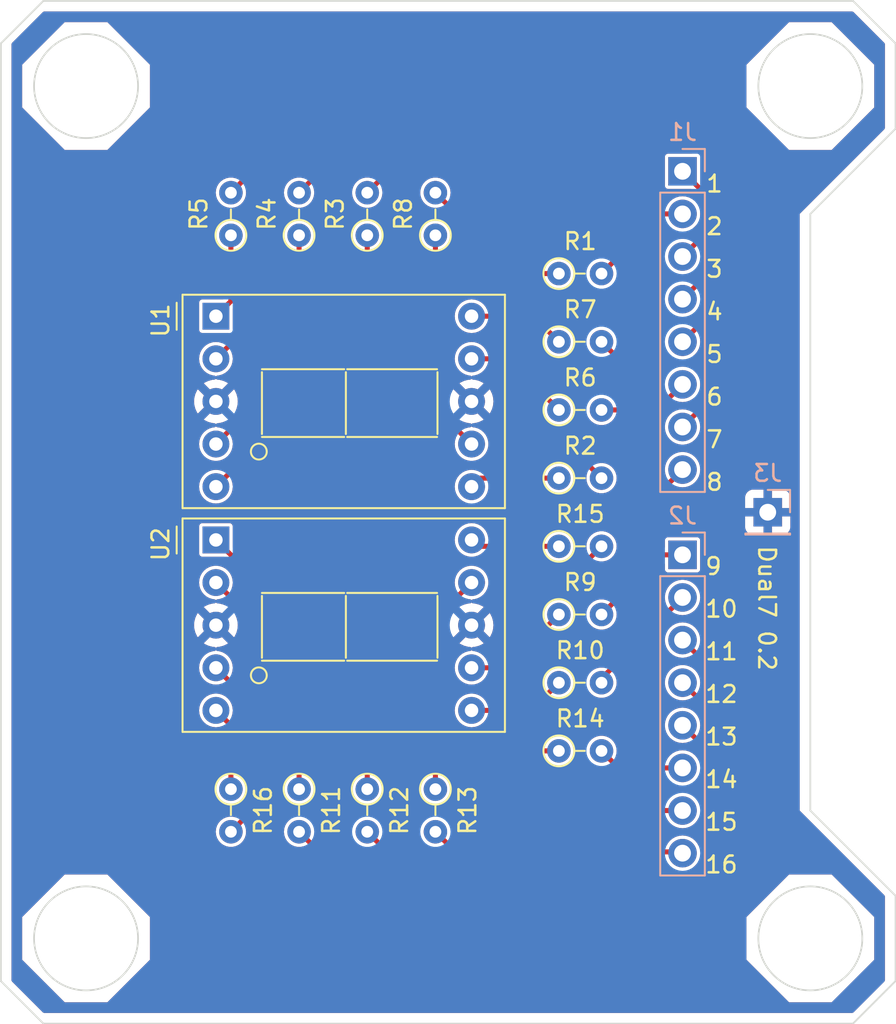
<source format=kicad_pcb>
(kicad_pcb (version 20221018) (generator pcbnew)
  (layers (0 "F.Cu" signal) (31 "B.Cu" signal) (34 "B.Paste" user) (35 "F.Paste" user) (36 "B.SilkS" user "B.Silkscreen") (37 "F.SilkS" user "F.Silkscreen") (38 "B.Mask" user) (39 "F.Mask" user) (44 "Edge.Cuts" user))
  (net 0 "")
  (net 1 "Net-(J1-Pin_5)")
  (net 2 "Net-(J1-Pin_4)")
  (net 3 "GND")
  (net 4 "Net-(J1-Pin_3)")
  (net 5 "Net-(J1-Pin_8)")
  (net 6 "Net-(J1-Pin_2)")
  (net 7 "Net-(J1-Pin_1)")
  (net 8 "Net-(J1-Pin_6)")
  (net 9 "Net-(J1-Pin_7)")
  (net 10 "Net-(U1-E)")
  (net 11 "Net-(U1-D)")
  (net 12 "Net-(U1-C)")
  (net 13 "Net-(U1-DP)")
  (net 14 "Net-(U1-B)")
  (net 15 "Net-(U1-A)")
  (net 16 "Net-(U1-F)")
  (net 17 "Net-(U1-G)")
  (net 18 "Net-(U2-E)")
  (net 19 "Net-(U2-D)")
  (net 20 "Net-(U2-C)")
  (net 21 "Net-(U2-DP)")
  (net 22 "Net-(U2-B)")
  (net 23 "Net-(U2-A)")
  (net 24 "Net-(U2-F)")
  (net 25 "Net-(U2-G)")
  (net 26 "Net-(J2-Pin_1)")
  (net 27 "Net-(J2-Pin_2)")
  (net 28 "Net-(J2-Pin_3)")
  (net 29 "Net-(J2-Pin_4)")
  (net 30 "Net-(J2-Pin_5)")
  (net 31 "Net-(J2-Pin_6)")
  (net 32 "Net-(J2-Pin_7)")
  (net 33 "Net-(J2-Pin_8)")
  (footprint "Resistor_THT:R_Axial_DIN0204_L3.6mm_D1.6mm_P2.54mm_Vertical" (layer "F.Cu") (at 134.62 107.945 -90)
    (fp_text reference "R11" (at 1.27 -1.92 90) (layer "F.SilkS"))
    (fp_text value "1k")
    (fp_line (start 0.92 0) (end 1.54 0) (stroke (width 0.12)) (layer "F.SilkS"))
    (fp_circle (center 0 0) (end 0.92 0) (stroke (width 0.12)) (fill none) (layer "F.SilkS"))
    (pad "1" thru_hole circle (at 0 0 270) (size 1.4 1.4) (drill 0.7) (layers "*.Cu" "*.Mask") (net 20 "Net-(U2-C)"))
    (pad "2" thru_hole oval (at 2.54 0 270) (size 1.4 1.4) (drill 0.7) (layers "*.Cu" "*.Mask") (net 28 "Net-(J2-Pin_3)"))
  )
  (footprint "Resistor_THT:R_Axial_DIN0204_L3.6mm_D1.6mm_P2.54mm_Vertical" (layer "F.Cu") (at 150.109 81.28)
    (fp_text reference "R7" (at 1.27 -1.92) (layer "F.SilkS"))
    (fp_text value "1k")
    (fp_line (start 0.92 0) (end 1.54 0) (stroke (width 0.12)) (layer "F.SilkS"))
    (fp_circle (center 0 0) (end 0.92 0) (stroke (width 0.12)) (fill none) (layer "F.SilkS"))
    (pad "1" thru_hole circle (at 0 0) (size 1.4 1.4) (drill 0.7) (layers "*.Cu" "*.Mask") (net 17 "Net-(U1-G)"))
    (pad "2" thru_hole oval (at 2.54 0) (size 1.4 1.4) (drill 0.7) (layers "*.Cu" "*.Mask") (net 9 "Net-(J1-Pin_7)"))
  )
  (footprint "Resistor_THT:R_Axial_DIN0204_L3.6mm_D1.6mm_P2.54mm_Vertical" (layer "F.Cu") (at 150.109 97.536)
    (fp_text reference "R9" (at 1.27 -1.92) (layer "F.SilkS"))
    (fp_text value "1k")
    (fp_line (start 0.92 0) (end 1.54 0) (stroke (width 0.12)) (layer "F.SilkS"))
    (fp_circle (center 0 0) (end 0.92 0) (stroke (width 0.12)) (fill none) (layer "F.SilkS"))
    (pad "1" thru_hole circle (at 0 0) (size 1.4 1.4) (drill 0.7) (layers "*.Cu" "*.Mask") (net 23 "Net-(U2-A)"))
    (pad "2" thru_hole oval (at 2.54 0) (size 1.4 1.4) (drill 0.7) (layers "*.Cu" "*.Mask") (net 26 "Net-(J2-Pin_1)"))
  )
  (footprint "Resistor_THT:R_Axial_DIN0204_L3.6mm_D1.6mm_P2.54mm_Vertical" (layer "F.Cu") (at 142.748 74.935 90)
    (fp_text reference "R8" (at 1.27 -1.92 90) (layer "F.SilkS"))
    (fp_text value "1k")
    (fp_line (start 0.92 0) (end 1.54 0) (stroke (width 0.12)) (layer "F.SilkS"))
    (fp_circle (center 0 0) (end 0.92 0) (stroke (width 0.12)) (fill none) (layer "F.SilkS"))
    (pad "1" thru_hole circle (at 0 0 90) (size 1.4 1.4) (drill 0.7) (layers "*.Cu" "*.Mask") (net 13 "Net-(U1-DP)"))
    (pad "2" thru_hole oval (at 2.54 0 90) (size 1.4 1.4) (drill 0.7) (layers "*.Cu" "*.Mask") (net 5 "Net-(J1-Pin_8)"))
  )
  (footprint "Resistor_THT:R_Axial_DIN0204_L3.6mm_D1.6mm_P2.54mm_Vertical" (layer "F.Cu") (at 142.748 107.945 -90)
    (fp_text reference "R13" (at 1.27 -1.92 90) (layer "F.SilkS"))
    (fp_text value "1k")
    (fp_line (start 0.92 0) (end 1.54 0) (stroke (width 0.12)) (layer "F.SilkS"))
    (fp_circle (center 0 0) (end 0.92 0) (stroke (width 0.12)) (fill none) (layer "F.SilkS"))
    (pad "1" thru_hole circle (at 0 0 270) (size 1.4 1.4) (drill 0.7) (layers "*.Cu" "*.Mask") (net 18 "Net-(U2-E)"))
    (pad "2" thru_hole oval (at 2.54 0 270) (size 1.4 1.4) (drill 0.7) (layers "*.Cu" "*.Mask") (net 30 "Net-(J2-Pin_5)"))
  )
  (footprint "Resistor_THT:R_Axial_DIN0204_L3.6mm_D1.6mm_P2.54mm_Vertical" (layer "F.Cu") (at 150.109 77.216)
    (fp_text reference "R1" (at 1.27 -1.92) (layer "F.SilkS"))
    (fp_text value "1k")
    (fp_line (start 0.92 0) (end 1.54 0) (stroke (width 0.12)) (layer "F.SilkS"))
    (fp_circle (center 0 0) (end 0.92 0) (stroke (width 0.12)) (fill none) (layer "F.SilkS"))
    (pad "1" thru_hole circle (at 0 0) (size 1.4 1.4) (drill 0.7) (layers "*.Cu" "*.Mask") (net 15 "Net-(U1-A)"))
    (pad "2" thru_hole oval (at 2.54 0) (size 1.4 1.4) (drill 0.7) (layers "*.Cu" "*.Mask") (net 7 "Net-(J1-Pin_1)"))
  )
  (footprint "Display_7Segment:D1X8K" (layer "F.Cu") (at 129.6625 93.091)
    (fp_text reference "U2" (at -3.2975 0.254 90) (layer "F.SilkS"))
    (fp_text value "D168K")
    (fp_line (start -2.34 -0.8) (end -2.34 0.81) (stroke (width 0.12)) (layer "F.SilkS"))
    (fp_line (start -1.99 -1.28) (end -1.99 11.44) (stroke (width 0.12)) (layer "F.SilkS"))
    (fp_line (start 2.7438 3.3372) (end 2.7438 7.0202) (stroke (width 0.12)) (layer "F.SilkS"))
    (fp_line (start 7.646 3.1594) (end 2.7438 3.1594) (stroke (width 0.12)) (layer "F.SilkS"))
    (fp_line (start 7.646 7.198) (end 2.7438 7.198) (stroke (width 0.12)) (layer "F.SilkS"))
    (fp_line (start 7.7476 3.3372) (end 7.7476 7.0202) (stroke (width 0.12)) (layer "F.SilkS"))
    (fp_line (start 13.1832 3.1594) (end 7.8238 3.1594) (stroke (width 0.12)) (layer "F.SilkS"))
    (fp_line (start 13.1832 7.198) (end 7.8238 7.198) (stroke (width 0.12)) (layer "F.SilkS"))
    (fp_line (start 13.2086 3.3372) (end 13.2086 7.0202) (stroke (width 0.12)) (layer "F.SilkS"))
    (fp_line (start 17.23 -1.28) (end -1.99 -1.28) (stroke (width 0.12)) (layer "F.SilkS"))
    (fp_line (start 17.23 -1.28) (end 17.23 11.44) (stroke (width 0.12)) (layer "F.SilkS"))
    (fp_line (start 17.23 11.44) (end -1.99 11.44) (stroke (width 0.12)) (layer "F.SilkS"))
    (fp_circle (center 2.557533 8.07) (end 2.836933 7.689) (stroke (width 0.12)) (fill none) (layer "F.SilkS"))
    (pad "1" thru_hole rect (at 0 0 270) (size 1.6 1.6) (drill 0.8) (layers "*.Cu" "*.Mask") (net 18 "Net-(U2-E)"))
    (pad "2" thru_hole circle (at 0 2.54 270) (size 1.6 1.6) (drill 0.8) (layers "*.Cu" "*.Mask") (net 19 "Net-(U2-D)"))
    (pad "3" thru_hole circle (at 0 5.08 270) (size 1.6 1.6) (drill 0.8) (layers "*.Cu" "*.Mask") (net 3 "GND"))
    (pad "4" thru_hole circle (at 0 7.62 270) (size 1.6 1.6) (drill 0.8) (layers "*.Cu" "*.Mask") (net 20 "Net-(U2-C)"))
    (pad "5" thru_hole circle (at 0 10.16 270) (size 1.6 1.6) (drill 0.8) (layers "*.Cu" "*.Mask") (net 21 "Net-(U2-DP)"))
    (pad "6" thru_hole circle (at 15.24 10.16 270) (size 1.6 1.6) (drill 0.8) (layers "*.Cu" "*.Mask") (net 22 "Net-(U2-B)"))
    (pad "7" thru_hole circle (at 15.24 7.62 270) (size 1.6 1.6) (drill 0.8) (layers "*.Cu" "*.Mask") (net 23 "Net-(U2-A)"))
    (pad "8" thru_hole circle (at 15.24 5.08 270) (size 1.6 1.6) (drill 0.8) (layers "*.Cu" "*.Mask") (net 3 "GND"))
    (pad "9" thru_hole circle (at 15.24 2.54 270) (size 1.6 1.6) (drill 0.8) (layers "*.Cu" "*.Mask") (net 24 "Net-(U2-F)"))
    (pad "10" thru_hole circle (at 15.24 0 270) (size 1.6 1.6) (drill 0.8) (layers "*.Cu" "*.Mask") (net 25 "Net-(U2-G)"))
  )
  (footprint "Resistor_THT:R_Axial_DIN0204_L3.6mm_D1.6mm_P2.54mm_Vertical" (layer "F.Cu") (at 150.109 93.472)
    (fp_text reference "R15" (at 1.27 -1.92) (layer "F.SilkS"))
    (fp_text value "1k")
    (fp_line (start 0.92 0) (end 1.54 0) (stroke (width 0.12)) (layer "F.SilkS"))
    (fp_circle (center 0 0) (end 0.92 0) (stroke (width 0.12)) (fill none) (layer "F.SilkS"))
    (pad "1" thru_hole circle (at 0 0) (size 1.4 1.4) (drill 0.7) (layers "*.Cu" "*.Mask") (net 25 "Net-(U2-G)"))
    (pad "2" thru_hole oval (at 2.54 0) (size 1.4 1.4) (drill 0.7) (layers "*.Cu" "*.Mask") (net 32 "Net-(J2-Pin_7)"))
  )
  (footprint "Resistor_THT:R_Axial_DIN0204_L3.6mm_D1.6mm_P2.54mm_Vertical" (layer "F.Cu") (at 150.109 89.408)
    (fp_text reference "R2" (at 1.27 -1.92) (layer "F.SilkS"))
    (fp_text value "1k")
    (fp_line (start 0.92 0) (end 1.54 0) (stroke (width 0.12)) (layer "F.SilkS"))
    (fp_circle (center 0 0) (end 0.92 0) (stroke (width 0.12)) (fill none) (layer "F.SilkS"))
    (pad "1" thru_hole circle (at 0 0) (size 1.4 1.4) (drill 0.7) (layers "*.Cu" "*.Mask") (net 14 "Net-(U1-B)"))
    (pad "2" thru_hole oval (at 2.54 0) (size 1.4 1.4) (drill 0.7) (layers "*.Cu" "*.Mask") (net 6 "Net-(J1-Pin_2)"))
  )
  (footprint "Resistor_THT:R_Axial_DIN0204_L3.6mm_D1.6mm_P2.54mm_Vertical" (layer "F.Cu") (at 130.556 107.945 -90)
    (fp_text reference "R16" (at 1.27 -1.92 90) (layer "F.SilkS"))
    (fp_text value "1k")
    (fp_line (start 0.92 0) (end 1.54 0) (stroke (width 0.12)) (layer "F.SilkS"))
    (fp_circle (center 0 0) (end 0.92 0) (stroke (width 0.12)) (fill none) (layer "F.SilkS"))
    (pad "1" thru_hole circle (at 0 0 270) (size 1.4 1.4) (drill 0.7) (layers "*.Cu" "*.Mask") (net 21 "Net-(U2-DP)"))
    (pad "2" thru_hole oval (at 2.54 0 270) (size 1.4 1.4) (drill 0.7) (layers "*.Cu" "*.Mask") (net 33 "Net-(J2-Pin_8)"))
  )
  (footprint "Resistor_THT:R_Axial_DIN0204_L3.6mm_D1.6mm_P2.54mm_Vertical" (layer "F.Cu") (at 130.556 74.935 90)
    (fp_text reference "R5" (at 1.27 -1.92 90) (layer "F.SilkS"))
    (fp_text value "1k")
    (fp_line (start 0.92 0) (end 1.54 0) (stroke (width 0.12)) (layer "F.SilkS"))
    (fp_circle (center 0 0) (end 0.92 0) (stroke (width 0.12)) (fill none) (layer "F.SilkS"))
    (pad "1" thru_hole circle (at 0 0 90) (size 1.4 1.4) (drill 0.7) (layers "*.Cu" "*.Mask") (net 10 "Net-(U1-E)"))
    (pad "2" thru_hole oval (at 2.54 0 90) (size 1.4 1.4) (drill 0.7) (layers "*.Cu" "*.Mask") (net 1 "Net-(J1-Pin_5)"))
  )
  (footprint "Display_7Segment:D1X8K" (layer "F.Cu") (at 129.6625 79.756)
    (fp_text reference "U1" (at -3.2975 0.254 90) (layer "F.SilkS"))
    (fp_text value "D168K")
    (fp_line (start -2.34 -0.8) (end -2.34 0.81) (stroke (width 0.12)) (layer "F.SilkS"))
    (fp_line (start -1.99 -1.28) (end -1.99 11.44) (stroke (width 0.12)) (layer "F.SilkS"))
    (fp_line (start 2.7438 3.3372) (end 2.7438 7.0202) (stroke (width 0.12)) (layer "F.SilkS"))
    (fp_line (start 7.646 3.1594) (end 2.7438 3.1594) (stroke (width 0.12)) (layer "F.SilkS"))
    (fp_line (start 7.646 7.198) (end 2.7438 7.198) (stroke (width 0.12)) (layer "F.SilkS"))
    (fp_line (start 7.7476 3.3372) (end 7.7476 7.0202) (stroke (width 0.12)) (layer "F.SilkS"))
    (fp_line (start 13.1832 3.1594) (end 7.8238 3.1594) (stroke (width 0.12)) (layer "F.SilkS"))
    (fp_line (start 13.1832 7.198) (end 7.8238 7.198) (stroke (width 0.12)) (layer "F.SilkS"))
    (fp_line (start 13.2086 3.3372) (end 13.2086 7.0202) (stroke (width 0.12)) (layer "F.SilkS"))
    (fp_line (start 17.23 -1.28) (end -1.99 -1.28) (stroke (width 0.12)) (layer "F.SilkS"))
    (fp_line (start 17.23 -1.28) (end 17.23 11.44) (stroke (width 0.12)) (layer "F.SilkS"))
    (fp_line (start 17.23 11.44) (end -1.99 11.44) (stroke (width 0.12)) (layer "F.SilkS"))
    (fp_circle (center 2.557533 8.07) (end 2.836933 7.689) (stroke (width 0.12)) (fill none) (layer "F.SilkS"))
    (pad "1" thru_hole rect (at 0 0 270) (size 1.6 1.6) (drill 0.8) (layers "*.Cu" "*.Mask") (net 10 "Net-(U1-E)"))
    (pad "2" thru_hole circle (at 0 2.54 270) (size 1.6 1.6) (drill 0.8) (layers "*.Cu" "*.Mask") (net 11 "Net-(U1-D)"))
    (pad "3" thru_hole circle (at 0 5.08 270) (size 1.6 1.6) (drill 0.8) (layers "*.Cu" "*.Mask") (net 3 "GND"))
    (pad "4" thru_hole circle (at 0 7.62 270) (size 1.6 1.6) (drill 0.8) (layers "*.Cu" "*.Mask") (net 12 "Net-(U1-C)"))
    (pad "5" thru_hole circle (at 0 10.16 270) (size 1.6 1.6) (drill 0.8) (layers "*.Cu" "*.Mask") (net 13 "Net-(U1-DP)"))
    (pad "6" thru_hole circle (at 15.24 10.16 270) (size 1.6 1.6) (drill 0.8) (layers "*.Cu" "*.Mask") (net 14 "Net-(U1-B)"))
    (pad "7" thru_hole circle (at 15.24 7.62 270) (size 1.6 1.6) (drill 0.8) (layers "*.Cu" "*.Mask") (net 15 "Net-(U1-A)"))
    (pad "8" thru_hole circle (at 15.24 5.08 270) (size 1.6 1.6) (drill 0.8) (layers "*.Cu" "*.Mask") (net 3 "GND"))
    (pad "9" thru_hole circle (at 15.24 2.54 270) (size 1.6 1.6) (drill 0.8) (layers "*.Cu" "*.Mask") (net 16 "Net-(U1-F)"))
    (pad "10" thru_hole circle (at 15.24 0 270) (size 1.6 1.6) (drill 0.8) (layers "*.Cu" "*.Mask") (net 17 "Net-(U1-G)"))
  )
  (footprint "Resistor_THT:R_Axial_DIN0204_L3.6mm_D1.6mm_P2.54mm_Vertical" (layer "F.Cu") (at 134.62 74.935 90)
    (fp_text reference "R4" (at 1.27 -1.92 90) (layer "F.SilkS"))
    (fp_text value "1k")
    (fp_line (start 0.92 0) (end 1.54 0) (stroke (width 0.12)) (layer "F.SilkS"))
    (fp_circle (center 0 0) (end 0.92 0) (stroke (width 0.12)) (fill none) (layer "F.SilkS"))
    (pad "1" thru_hole circle (at 0 0 90) (size 1.4 1.4) (drill 0.7) (layers "*.Cu" "*.Mask") (net 11 "Net-(U1-D)"))
    (pad "2" thru_hole oval (at 2.54 0 90) (size 1.4 1.4) (drill 0.7) (layers "*.Cu" "*.Mask") (net 2 "Net-(J1-Pin_4)"))
  )
  (footprint "Resistor_THT:R_Axial_DIN0204_L3.6mm_D1.6mm_P2.54mm_Vertical" (layer "F.Cu") (at 150.109 85.344)
    (fp_text reference "R6" (at 1.27 -1.92) (layer "F.SilkS"))
    (fp_text value "1k")
    (fp_line (start 0.92 0) (end 1.54 0) (stroke (width 0.12)) (layer "F.SilkS"))
    (fp_circle (center 0 0) (end 0.92 0) (stroke (width 0.12)) (fill none) (layer "F.SilkS"))
    (pad "1" thru_hole circle (at 0 0) (size 1.4 1.4) (drill 0.7) (layers "*.Cu" "*.Mask") (net 16 "Net-(U1-F)"))
    (pad "2" thru_hole oval (at 2.54 0) (size 1.4 1.4) (drill 0.7) (layers "*.Cu" "*.Mask") (net 8 "Net-(J1-Pin_6)"))
  )
  (footprint "Resistor_THT:R_Axial_DIN0204_L3.6mm_D1.6mm_P2.54mm_Vertical" (layer "F.Cu") (at 150.109 105.664)
    (fp_text reference "R14" (at 1.27 -1.92) (layer "F.SilkS"))
    (fp_text value "1k")
    (fp_line (start 0.92 0) (end 1.54 0) (stroke (width 0.12)) (layer "F.SilkS"))
    (fp_circle (center 0 0) (end 0.92 0) (stroke (width 0.12)) (fill none) (layer "F.SilkS"))
    (pad "1" thru_hole circle (at 0 0) (size 1.4 1.4) (drill 0.7) (layers "*.Cu" "*.Mask") (net 24 "Net-(U2-F)"))
    (pad "2" thru_hole oval (at 2.54 0) (size 1.4 1.4) (drill 0.7) (layers "*.Cu" "*.Mask") (net 31 "Net-(J2-Pin_6)"))
  )
  (footprint "Resistor_THT:R_Axial_DIN0204_L3.6mm_D1.6mm_P2.54mm_Vertical" (layer "F.Cu") (at 150.109 101.6)
    (fp_text reference "R10" (at 1.27 -1.92) (layer "F.SilkS"))
    (fp_text value "1k")
    (fp_line (start 0.92 0) (end 1.54 0) (stroke (width 0.12)) (layer "F.SilkS"))
    (fp_circle (center 0 0) (end 0.92 0) (stroke (width 0.12)) (fill none) (layer "F.SilkS"))
    (pad "1" thru_hole circle (at 0 0) (size 1.4 1.4) (drill 0.7) (layers "*.Cu" "*.Mask") (net 22 "Net-(U2-B)"))
    (pad "2" thru_hole oval (at 2.54 0) (size 1.4 1.4) (drill 0.7) (layers "*.Cu" "*.Mask") (net 27 "Net-(J2-Pin_2)"))
  )
  (footprint "Resistor_THT:R_Axial_DIN0204_L3.6mm_D1.6mm_P2.54mm_Vertical" (layer "F.Cu") (at 138.684 74.935 90)
    (fp_text reference "R3" (at 1.27 -1.92 90) (layer "F.SilkS"))
    (fp_text value "1k")
    (fp_line (start 0.92 0) (end 1.54 0) (stroke (width 0.12)) (layer "F.SilkS"))
    (fp_circle (center 0 0) (end 0.92 0) (stroke (width 0.12)) (fill none) (layer "F.SilkS"))
    (pad "1" thru_hole circle (at 0 0 90) (size 1.4 1.4) (drill 0.7) (layers "*.Cu" "*.Mask") (net 12 "Net-(U1-C)"))
    (pad "2" thru_hole oval (at 2.54 0 90) (size 1.4 1.4) (drill 0.7) (layers "*.Cu" "*.Mask") (net 4 "Net-(J1-Pin_3)"))
  )
  (footprint "Resistor_THT:R_Axial_DIN0204_L3.6mm_D1.6mm_P2.54mm_Vertical" (layer "F.Cu") (at 138.684 107.945 -90)
    (fp_text reference "R12" (at 1.27 -1.92 90) (layer "F.SilkS"))
    (fp_text value "1k")
    (fp_line (start 0.92 0) (end 1.54 0) (stroke (width 0.12)) (layer "F.SilkS"))
    (fp_circle (center 0 0) (end 0.92 0) (stroke (width 0.12)) (fill none) (layer "F.SilkS"))
    (pad "1" thru_hole circle (at 0 0 270) (size 1.4 1.4) (drill 0.7) (layers "*.Cu" "*.Mask") (net 19 "Net-(U2-D)"))
    (pad "2" thru_hole oval (at 2.54 0 270) (size 1.4 1.4) (drill 0.7) (layers "*.Cu" "*.Mask") (net 29 "Net-(J2-Pin_4)"))
  )
  (footprint "Connector_PinHeader_2.54mm:PinHeader_1x01_P2.54mm_Vertical" (layer "B.Cu") (at 162.56 91.44 180)
    (fp_text reference "J3" (at 0 2.33) (layer "B.SilkS") (effects (justify mirror)))
    (fp_text value "Conn_01x01")
    (fp_line (start -1.33 -1.33) (end 1.33 -1.33) (stroke (width 0.12)) (layer "B.SilkS"))
    (fp_line (start -1.33 -1.27) (end -1.33 -1.33) (stroke (width 0.12)) (layer "B.SilkS"))
    (fp_line (start -1.33 -1.27) (end 1.33 -1.27) (stroke (width 0.12)) (layer "B.SilkS"))
    (fp_line (start -1.33 0) (end -1.33 1.33) (stroke (width 0.12)) (layer "B.SilkS"))
    (fp_line (start -1.33 1.33) (end 0 1.33) (stroke (width 0.12)) (layer "B.SilkS"))
    (fp_line (start 1.33 -1.27) (end 1.33 -1.33) (stroke (width 0.12)) (layer "B.SilkS"))
    (pad "1" thru_hole rect (at 0 0 180) (size 1.7 1.7) (drill 1) (layers "*.Cu" "*.Mask") (net 3 "GND"))
  )
  (footprint "Connector_PinHeader_2.54mm:PinHeader_1x08_P2.54mm_Vertical" (layer "B.Cu") (at 157.48 71.12 180)
    (fp_text reference "J1" (at 0 2.33) (layer "B.SilkS") (effects (justify mirror)))
    (fp_text value "Conn_01x08" hide)
    (fp_line (start -1.33 -19.11) (end 1.33 -19.11) (stroke (width 0.12)) (layer "B.SilkS"))
    (fp_line (start -1.33 -1.27) (end -1.33 -19.11) (stroke (width 0.12)) (layer "B.SilkS"))
    (fp_line (start -1.33 -1.27) (end 1.33 -1.27) (stroke (width 0.12)) (layer "B.SilkS"))
    (fp_line (start -1.33 0) (end -1.33 1.33) (stroke (width 0.12)) (layer "B.SilkS"))
    (fp_line (start -1.33 1.33) (end 0 1.33) (stroke (width 0.12)) (layer "B.SilkS"))
    (fp_line (start 1.33 -1.27) (end 1.33 -19.11) (stroke (width 0.12)) (layer "B.SilkS"))
    (pad "1" thru_hole rect (at 0 0 180) (size 1.7 1.7) (drill 1) (layers "*.Cu" "*.Mask") (net 7 "Net-(J1-Pin_1)"))
    (pad "2" thru_hole oval (at 0 -2.54 180) (size 1.7 1.7) (drill 1) (layers "*.Cu" "*.Mask") (net 6 "Net-(J1-Pin_2)"))
    (pad "3" thru_hole oval (at 0 -5.08 180) (size 1.7 1.7) (drill 1) (layers "*.Cu" "*.Mask") (net 4 "Net-(J1-Pin_3)"))
    (pad "4" thru_hole oval (at 0 -7.62 180) (size 1.7 1.7) (drill 1) (layers "*.Cu" "*.Mask") (net 2 "Net-(J1-Pin_4)"))
    (pad "5" thru_hole oval (at 0 -10.16 180) (size 1.7 1.7) (drill 1) (layers "*.Cu" "*.Mask") (net 1 "Net-(J1-Pin_5)"))
    (pad "6" thru_hole oval (at 0 -12.7 180) (size 1.7 1.7) (drill 1) (layers "*.Cu" "*.Mask") (net 8 "Net-(J1-Pin_6)"))
    (pad "7" thru_hole oval (at 0 -15.24 180) (size 1.7 1.7) (drill 1) (layers "*.Cu" "*.Mask") (net 9 "Net-(J1-Pin_7)"))
    (pad "8" thru_hole oval (at 0 -17.78 180) (size 1.7 1.7) (drill 1) (layers "*.Cu" "*.Mask") (net 5 "Net-(J1-Pin_8)"))
  )
  (footprint "Connector_PinHeader_2.54mm:PinHeader_1x08_P2.54mm_Vertical" (layer "B.Cu") (at 157.48 93.98 180)
    (fp_text reference "J2" (at 0 2.33) (layer "B.SilkS") (effects (justify mirror)))
    (fp_text value "Conn_01x08" hide)
    (fp_line (start -1.33 -19.11) (end 1.33 -19.11) (stroke (width 0.12)) (layer "B.SilkS"))
    (fp_line (start -1.33 -1.27) (end -1.33 -19.11) (stroke (width 0.12)) (layer "B.SilkS"))
    (fp_line (start -1.33 -1.27) (end 1.33 -1.27) (stroke (width 0.12)) (layer "B.SilkS"))
    (fp_line (start -1.33 0) (end -1.33 1.33) (stroke (width 0.12)) (layer "B.SilkS"))
    (fp_line (start -1.33 1.33) (end 0 1.33) (stroke (width 0.12)) (layer "B.SilkS"))
    (fp_line (start 1.33 -1.27) (end 1.33 -19.11) (stroke (width 0.12)) (layer "B.SilkS"))
    (pad "1" thru_hole rect (at 0 0 180) (size 1.7 1.7) (drill 1) (layers "*.Cu" "*.Mask") (net 26 "Net-(J2-Pin_1)"))
    (pad "2" thru_hole oval (at 0 -2.54 180) (size 1.7 1.7) (drill 1) (layers "*.Cu" "*.Mask") (net 27 "Net-(J2-Pin_2)"))
    (pad "3" thru_hole oval (at 0 -5.08 180) (size 1.7 1.7) (drill 1) (layers "*.Cu" "*.Mask") (net 28 "Net-(J2-Pin_3)"))
    (pad "4" thru_hole oval (at 0 -7.62 180) (size 1.7 1.7) (drill 1) (layers "*.Cu" "*.Mask") (net 29 "Net-(J2-Pin_4)"))
    (pad "5" thru_hole oval (at 0 -10.16 180) (size 1.7 1.7) (drill 1) (layers "*.Cu" "*.Mask") (net 30 "Net-(J2-Pin_5)"))
    (pad "6" thru_hole oval (at 0 -12.7 180) (size 1.7 1.7) (drill 1) (layers "*.Cu" "*.Mask") (net 31 "Net-(J2-Pin_6)"))
    (pad "7" thru_hole oval (at 0 -15.24 180) (size 1.7 1.7) (drill 1) (layers "*.Cu" "*.Mask") (net 32 "Net-(J2-Pin_7)"))
    (pad "8" thru_hole oval (at 0 -17.78 180) (size 1.7 1.7) (drill 1) (layers "*.Cu" "*.Mask") (net 33 "Net-(J2-Pin_8)"))
  )
  (gr_line (start 119.38 60.96) (end 116.84 63.5) (stroke (width 0.1)) (layer "Edge.Cuts"))
  (gr_line (start 170.18 68.58) (end 170.18 63.5) (stroke (width 0.1)) (layer "Edge.Cuts"))
  (gr_circle (center 165.1 116.84) (end 168.2 116.84) (stroke (width 0.1)) (fill none) (layer "Edge.Cuts"))
  (gr_line (start 165.1 109.22) (end 165.1 73.66) (stroke (width 0.1)) (layer "Edge.Cuts"))
  (gr_line (start 170.18 114.3) (end 165.1 109.22) (stroke (width 0.1)) (layer "Edge.Cuts"))
  (gr_line (start 170.18 119.38) (end 170.18 114.3) (stroke (width 0.1)) (layer "Edge.Cuts"))
  (gr_line (start 116.84 63.5) (end 116.84 119.38) (stroke (width 0.1)) (layer "Edge.Cuts"))
  (gr_line (start 167.64 121.92) (end 119.38 121.92) (stroke (width 0.1)) (layer "Edge.Cuts"))
  (gr_line (start 167.64 60.96) (end 119.38 60.96) (stroke (width 0.1)) (layer "Edge.Cuts"))
  (gr_line (start 165.1 73.66) (end 170.18 68.58) (stroke (width 0.1)) (layer "Edge.Cuts"))
  (gr_circle (center 121.92 116.84) (end 125.02 116.84) (stroke (width 0.1)) (fill none) (layer "Edge.Cuts"))
  (gr_line (start 116.84 119.38) (end 119.38 121.92) (stroke (width 0.1)) (layer "Edge.Cuts"))
  (gr_circle (center 165.1 66.04) (end 168.2 66.04) (stroke (width 0.1)) (fill none) (layer "Edge.Cuts"))
  (gr_line (start 167.64 121.92) (end 170.18 119.38) (stroke (width 0.1)) (layer "Edge.Cuts"))
  (gr_circle (center 121.92 66.04) (end 125.02 66.04) (stroke (width 0.1)) (fill none) (layer "Edge.Cuts"))
  (gr_line (start 170.18 63.5) (end 167.64 60.96) (stroke (width 0.1)) (layer "Edge.Cuts"))
  (gr_text "11" (at 158.75 100.33) (layer "F.SilkS") (effects (font (size 1 1)) (justify left bottom)))
  (gr_text "10" (at 158.75 97.79) (layer "F.SilkS") (effects (font (size 1 1)) (justify left bottom)))
  (gr_text "1" (at 158.81 72.45) (layer "F.SilkS") (effects (font (size 1 1)) (justify left bottom)))
  (gr_text "3" (at 158.81 77.53) (layer "F.SilkS") (effects (font (size 1 1)) (justify left bottom)))
  (gr_text "15" (at 158.75 110.49) (layer "F.SilkS") (effects (font (size 1 1)) (justify left bottom)))
  (gr_text "12" (at 158.75 102.87) (layer "F.SilkS") (effects (font (size 1 1)) (justify left bottom)))
  (gr_text "7" (at 158.81 87.69) (layer "F.SilkS") (effects (font (size 1 1)) (justify left bottom)))
  (gr_text "2" (at 158.81 74.99) (layer "F.SilkS") (effects (font (size 1 1)) (justify left bottom)))
  (gr_text "8" (at 158.81 90.23) (layer "F.SilkS") (effects (font (size 1 1)) (justify left bottom)))
  (gr_text "14" (at 158.75 107.95) (layer "F.SilkS") (effects (font (size 1 1)) (justify left bottom)))
  (gr_text "9" (at 158.75 95.25) (layer "F.SilkS") (effects (font (size 1 1)) (justify left bottom)))
  (gr_text "16" (at 158.75 113.03) (layer "F.SilkS") (effects (font (size 1 1)) (justify left bottom)))
  (gr_text "13" (at 158.75 105.41) (layer "F.SilkS") (effects (font (size 1 1)) (justify left bottom)))
  (gr_text "5" (at 158.81 82.61) (layer "F.SilkS") (effects (font (size 1 1)) (justify left bottom)))
  (gr_text "4" (at 158.81 80.07) (layer "F.SilkS") (effects (font (size 1 1)) (justify left bottom)))
  (gr_text "6" (at 158.81 85.15) (layer "F.SilkS") (effects (font (size 1 1)) (justify left bottom)))
  (gr_text "Dual7 0.2" (at 161.925 93.345 270) (layer "F.SilkS") (effects (font (size 1 1)) (justify left bottom)))
  (segment (start 135.379 67.572) (end 130.556 72.395) (width 0.3) (layer "F.Cu") (net 1))
  (segment (start 157.48 81.28) (end 160.18 78.58) (width 0.3) (layer "F.Cu") (net 1))
  (segment (start 157.746212 67.572) (end 135.379 67.572) (width 0.3) (layer "F.Cu") (net 1))
  (segment (start 160.18 70.005788) (end 157.746212 67.572) (width 0.3) (layer "F.Cu") (net 1))
  (segment (start 160.18 78.58) (end 160.18 70.005788) (width 0.3) (layer "F.Cu") (net 1))
  (segment (start 157.539106 68.072) (end 138.943 68.072) (width 0.3) (layer "F.Cu") (net 2))
  (segment (start 138.943 68.072) (end 134.62 72.395) (width 0.3) (layer "F.Cu") (net 2))
  (segment (start 157.48 78.74) (end 159.68 76.54) (width 0.3) (layer "F.Cu") (net 2))
  (segment (start 159.68 76.54) (end 159.68 70.212894) (width 0.3) (layer "F.Cu") (net 2))
  (segment (start 159.68 70.212894) (end 157.539106 68.072) (width 0.3) (layer "F.Cu") (net 2))
  (segment (start 157.34 68.58) (end 142.499 68.58) (width 0.3) (layer "F.Cu") (net 4))
  (segment (start 159.18 74.5) (end 159.18 70.42) (width 0.3) (layer "F.Cu") (net 4))
  (segment (start 159.18 70.42) (end 157.34 68.58) (width 0.3) (layer "F.Cu") (net 4))
  (segment (start 157.48 76.2) (end 159.18 74.5) (width 0.3) (layer "F.Cu") (net 4))
  (segment (start 142.499 68.58) (end 138.684 72.395) (width 0.3) (layer "F.Cu") (net 4))
  (segment (start 143.764 91.44) (end 142.24 89.916) (width 0.3) (layer "F.Cu") (net 5))
  (segment (start 157.48 88.9) (end 154.94 91.44) (width 0.3) (layer "F.Cu") (net 5))
  (segment (start 144.78 74.427) (end 142.748 72.395) (width 0.3) (layer "F.Cu") (net 5))
  (segment (start 144.78 76.2) (end 144.78 74.427) (width 0.3) (layer "F.Cu") (net 5))
  (segment (start 142.24 78.74) (end 144.78 76.2) (width 0.3) (layer "F.Cu") (net 5))
  (segment (start 154.94 91.44) (end 143.764 91.44) (width 0.3) (layer "F.Cu") (net 5))
  (segment (start 142.24 89.916) (end 142.24 78.74) (width 0.3) (layer "F.Cu") (net 5))
  (segment (start 154.507943 73.66) (end 157.48 73.66) (width 0.3) (layer "F.Cu") (net 6))
  (segment (start 152.649 89.408) (end 151.309 88.068) (width 0.3) (layer "F.Cu") (net 6))
  (segment (start 151.309 88.068) (end 151.309 76.858943) (width 0.3) (layer "F.Cu") (net 6))
  (segment (start 151.309 76.858943) (end 154.507943 73.66) (width 0.3) (layer "F.Cu") (net 6))
  (segment (start 158.68 74.157057) (end 158.68 72.32) (width 0.3) (layer "F.Cu") (net 7))
  (segment (start 152.649 77.216) (end 154.865 75) (width 0.3) (layer "F.Cu") (net 7))
  (segment (start 158.68 72.32) (end 157.48 71.12) (width 0.3) (layer "F.Cu") (net 7))
  (segment (start 157.837057 75) (end 158.68 74.157057) (width 0.3) (layer "F.Cu") (net 7))
  (segment (start 154.865 75) (end 157.837057 75) (width 0.3) (layer "F.Cu") (net 7))
  (segment (start 155.956 85.344) (end 157.48 83.82) (width 0.3) (layer "F.Cu") (net 8))
  (segment (start 152.649 85.344) (end 155.956 85.344) (width 0.3) (layer "F.Cu") (net 8))
  (segment (start 157.977057 82.62) (end 158.68 83.322943) (width 0.3) (layer "F.Cu") (net 9))
  (segment (start 158.68 83.322943) (end 158.68 85.16) (width 0.3) (layer "F.Cu") (net 9))
  (segment (start 153.989 82.62) (end 157.977057 82.62) (width 0.3) (layer "F.Cu") (net 9))
  (segment (start 152.649 81.28) (end 153.989 82.62) (width 0.3) (layer "F.Cu") (net 9))
  (segment (start 158.68 85.16) (end 157.48 86.36) (width 0.3) (layer "F.Cu") (net 9))
  (segment (start 130.556 74.935) (end 130.556 78.8625) (width 0.3) (layer "F.Cu") (net 10))
  (segment (start 130.556 78.8625) (end 129.6625 79.756) (width 0.3) (layer "F.Cu") (net 10))
  (segment (start 134.62 77.3385) (end 129.6625 82.296) (width 0.3) (layer "F.Cu") (net 11))
  (segment (start 134.62 74.935) (end 134.62 77.3385) (width 0.3) (layer "F.Cu") (net 11))
  (segment (start 138.684 78.3545) (end 129.6625 87.376) (width 0.3) (layer "F.Cu") (net 12))
  (segment (start 138.684 74.935) (end 138.684 78.3545) (width 0.3) (layer "F.Cu") (net 12))
  (segment (start 142.748 76.8305) (end 142.748 74.935) (width 0.3) (layer "F.Cu") (net 13))
  (segment (start 129.6625 89.916) (end 142.748 76.8305) (width 0.3) (layer "F.Cu") (net 13))
  (segment (start 144.9025 89.916) (end 145.4105 89.408) (width 0.3) (layer "F.Cu") (net 14))
  (segment (start 145.4105 89.408) (end 150.109 89.408) (width 0.3) (layer "F.Cu") (net 14))
  (segment (start 143.256 85.7295) (end 143.256 78.74) (width 0.3) (layer "F.Cu") (net 15))
  (segment (start 144.9025 87.376) (end 143.256 85.7295) (width 0.3) (layer "F.Cu") (net 15))
  (segment (start 144.78 77.216) (end 150.109 77.216) (width 0.3) (layer "F.Cu") (net 15))
  (segment (start 143.256 78.74) (end 144.78 77.216) (width 0.3) (layer "F.Cu") (net 15))
  (segment (start 144.9025 82.296) (end 147.061 82.296) (width 0.3) (layer "F.Cu") (net 16))
  (segment (start 147.061 82.296) (end 150.109 85.344) (width 0.3) (layer "F.Cu") (net 16))
  (segment (start 144.9025 79.756) (end 148.585 79.756) (width 0.3) (layer "F.Cu") (net 17))
  (segment (start 148.585 79.756) (end 150.109 81.28) (width 0.3) (layer "F.Cu") (net 17))
  (segment (start 142.748 106.1765) (end 129.6625 93.091) (width 0.3) (layer "F.Cu") (net 18))
  (segment (start 142.748 107.945) (end 142.748 106.1765) (width 0.3) (layer "F.Cu") (net 18))
  (segment (start 138.684 104.6525) (end 129.6625 95.631) (width 0.3) (layer "F.Cu") (net 19))
  (segment (start 138.684 107.945) (end 138.684 104.6525) (width 0.3) (layer "F.Cu") (net 19))
  (segment (start 134.62 107.945) (end 134.62 105.6685) (width 0.3) (layer "F.Cu") (net 20))
  (segment (start 134.62 105.6685) (end 129.6625 100.711) (width 0.3) (layer "F.Cu") (net 20))
  (segment (start 130.556 107.945) (end 130.556 104.1445) (width 0.3) (layer "F.Cu") (net 21))
  (segment (start 130.556 104.1445) (end 129.6625 103.251) (width 0.3) (layer "F.Cu") (net 21))
  (segment (start 148.458 103.251) (end 150.109 101.6) (width 0.3) (layer "F.Cu") (net 22))
  (segment (start 144.9025 103.251) (end 148.458 103.251) (width 0.3) (layer "F.Cu") (net 22))
  (segment (start 146.934 100.711) (end 150.109 97.536) (width 0.3) (layer "F.Cu") (net 23))
  (segment (start 144.9025 100.711) (end 146.934 100.711) (width 0.3) (layer "F.Cu") (net 23))
  (segment (start 144.78 105.664) (end 150.109 105.664) (width 0.3) (layer "F.Cu") (net 24))
  (segment (start 144.9025 95.631) (end 143.256 97.2775) (width 0.3) (layer "F.Cu") (net 24))
  (segment (start 143.256 104.14) (end 144.78 105.664) (width 0.3) (layer "F.Cu") (net 24))
  (segment (start 143.256 97.2775) (end 143.256 104.14) (width 0.3) (layer "F.Cu") (net 24))
  (segment (start 145.2835 93.472) (end 144.9025 93.091) (width 0.3) (layer "F.Cu") (net 25))
  (segment (start 150.109 93.472) (end 145.2835 93.472) (width 0.3) (layer "F.Cu") (net 25))
  (segment (start 157.48 93.98) (end 156.205 93.98) (width 0.3) (layer "F.Cu") (net 26))
  (segment (start 156.205 93.98) (end 152.649 97.536) (width 0.3) (layer "F.Cu") (net 26))
  (segment (start 152.649 101.351) (end 152.649 101.6) (width 0.3) (layer "F.Cu") (net 27))
  (segment (start 157.48 96.52) (end 152.649 101.351) (width 0.3) (layer "F.Cu") (net 27))
  (segment (start 160.02 101.6) (end 160.02 112.331269) (width 0.3) (layer "F.Cu") (net 28))
  (segment (start 157.48 99.06) (end 160.02 101.6) (width 0.3) (layer "F.Cu") (net 28))
  (segment (start 158.051269 114.3) (end 138.435 114.3) (width 0.3) (layer "F.Cu") (net 28))
  (segment (start 160.02 112.331269) (end 158.051269 114.3) (width 0.3) (layer "F.Cu") (net 28))
  (segment (start 138.435 114.3) (end 134.62 110.485) (width 0.3) (layer "F.Cu") (net 28))
  (segment (start 141.983 113.784) (end 138.684 110.485) (width 0.3) (layer "F.Cu") (net 29))
  (segment (start 157.860163 113.784) (end 141.983 113.784) (width 0.3) (layer "F.Cu") (net 29))
  (segment (start 157.48 101.6) (end 159.512 103.632) (width 0.3) (layer "F.Cu") (net 29))
  (segment (start 159.512 112.132163) (end 157.860163 113.784) (width 0.3) (layer "F.Cu") (net 29))
  (segment (start 159.512 103.632) (end 159.512 112.132163) (width 0.3) (layer "F.Cu") (net 29))
  (segment (start 157.653057 113.284) (end 145.547 113.284) (width 0.3) (layer "F.Cu") (net 30))
  (segment (start 159.004 111.933057) (end 157.653057 113.284) (width 0.3) (layer "F.Cu") (net 30))
  (segment (start 145.547 113.284) (end 142.748 110.485) (width 0.3) (layer "F.Cu") (net 30))
  (segment (start 157.48 104.14) (end 159.004 105.664) (width 0.3) (layer "F.Cu") (net 30))
  (segment (start 159.004 105.664) (end 159.004 111.933057) (width 0.3) (layer "F.Cu") (net 30))
  (segment (start 153.665 106.68) (end 152.649 105.664) (width 0.3) (layer "F.Cu") (net 31))
  (segment (start 157.48 106.68) (end 153.665 106.68) (width 0.3) (layer "F.Cu") (net 31))
  (segment (start 151.384 107.696) (end 151.384 94.737) (width 0.3) (layer "F.Cu") (net 32))
  (segment (start 152.908 109.22) (end 151.384 107.696) (width 0.3) (layer "F.Cu") (net 32))
  (segment (start 151.384 94.737) (end 152.649 93.472) (width 0.3) (layer "F.Cu") (net 32))
  (segment (start 157.48 109.22) (end 152.908 109.22) (width 0.3) (layer "F.Cu") (net 32))
  (segment (start 147.245 111.685) (end 144.78 109.22) (width 0.3) (layer "F.Cu") (net 33))
  (segment (start 157.48 111.76) (end 157.405 111.685) (width 0.3) (layer "F.Cu") (net 33))
  (segment (start 157.405 111.685) (end 147.245 111.685) (width 0.3) (layer "F.Cu") (net 33))
  (segment (start 131.821 109.22) (end 130.556 110.485) (width 0.3) (layer "F.Cu") (net 33))
  (segment (start 144.78 109.22) (end 131.821 109.22) (width 0.3) (layer "F.Cu") (net 33))
  (zone (net 0) (net_name "") (layers "F&B.Cu") (connect_pads (clearance 0)) (min_thickness 0.25)
    (keepout (tracks allowed) (vias allowed) (pads allowed) (copperpour not_allowed) (footprints allowed))
    (fill (thermal_gap 0.5) (thermal_bridge_width 0.5))
    (polygon (pts (xy 166.37 120.65) (xy 168.91 118.11) (xy 168.91 115.57) (xy 166.37 113.03) (xy 163.83 113.03) (xy 161.29 115.57) (xy 161.29 118.11) (xy 163.83 120.65)))
  )
  (zone (net 0) (net_name "") (layers "F&B.Cu") (connect_pads (clearance 0)) (min_thickness 0.25)
    (keepout (tracks allowed) (vias allowed) (pads allowed) (copperpour not_allowed) (footprints allowed))
    (fill (thermal_gap 0.5) (thermal_bridge_width 0.5))
    (polygon (pts (xy 166.37 69.85) (xy 168.91 67.31) (xy 168.91 64.77) (xy 166.37 62.23) (xy 163.83 62.23) (xy 161.29 64.77) (xy 161.29 67.31) (xy 163.83 69.85)))
  )
  (zone (net 0) (net_name "") (layers "F&B.Cu") (connect_pads (clearance 0)) (min_thickness 0.25)
    (keepout (tracks allowed) (vias allowed) (pads allowed) (copperpour not_allowed) (footprints allowed))
    (fill (thermal_gap 0.5) (thermal_bridge_width 0.5))
    (polygon (pts (xy 123.19 120.65) (xy 125.73 118.11) (xy 125.73 115.57) (xy 123.19 113.03) (xy 120.65 113.03) (xy 118.11 115.57) (xy 118.11 118.11) (xy 120.65 120.65)))
  )
  (zone (net 0) (net_name "") (layers "F&B.Cu") (connect_pads (clearance 0)) (min_thickness 0.25)
    (keepout (tracks allowed) (vias allowed) (pads allowed) (copperpour not_allowed) (footprints allowed))
    (fill (thermal_gap 0.5) (thermal_bridge_width 0.5))
    (polygon (pts (xy 123.19 69.85) (xy 125.73 67.31) (xy 125.73 64.77) (xy 123.19 62.23) (xy 120.65 62.23) (xy 118.11 64.77) (xy 118.11 67.31) (xy 120.65 69.85)))
  )
  (zone (net 3) (net_name "GND") (layers "F&B.Cu") (connect_pads (clearance 0)) (min_thickness 0.25) (fill yes (thermal_gap 0.5) (thermal_bridge_width 0.5))
    (polygon (pts (xy 169.545 63.5) (xy 167.64 61.595) (xy 119.38 61.595) (xy 117.475 63.5) (xy 117.475 119.38) (xy 119.38 121.285) (xy 167.64 121.285) (xy 169.545 119.38) (xy 169.545 114.3) (xy 164.465 109.22) (xy 164.465 73.66) (xy 169.545 68.58)))
  )
)
</source>
